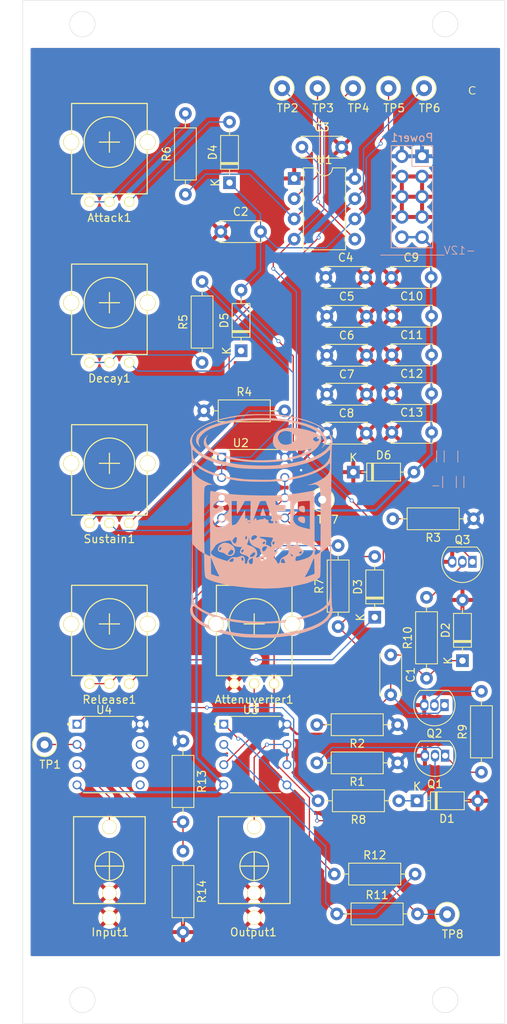
<source format=kicad_pcb>
(kicad_pcb (version 20240108) (generator "pcbnew") (generator_version "8.0")
  (layers (0 "F.Cu" signal) (31 "B.Cu" signal) (34 "B.Paste" user) (35 "F.Paste" user) (36 "B.SilkS" user "B.Silkscreen") (37 "F.SilkS" user "F.Silkscreen") (38 "B.Mask" user) (39 "F.Mask" user) (44 "Edge.Cuts" user))
  (net 0 "")
  (net 1 "Net-(Attack1-Pad1)")
  (net 2 "Net-(D4-A)")
  (net 3 "Net-(U3A-+)")
  (net 4 "GND")
  (net 5 "Net-(U2B--)")
  (net 6 "Net-(D2-K)")
  (net 7 "RESET")
  (net 8 "THRESHOLD")
  (net 9 "Net-(U1-CV)")
  (net 10 "+12V")
  (net 11 "-12V")
  (net 12 "Net-(D1-K)")
  (net 13 "Net-(D3-K)")
  (net 14 "Net-(D5-K)")
  (net 15 "Net-(Decay1-Pad1)")
  (net 16 "IN")
  (net 17 "Net-(U3B--)")
  (net 18 "Net-(Q1-C)")
  (net 19 "Net-(Q2-B)")
  (net 20 "TRIG")
  (net 21 "Net-(Q3-B)")
  (net 22 "Net-(R4-Pad2)")
  (net 23 "Net-(U2A--)")
  (net 24 "OUT")
  (net 25 "Net-(R7-Pad2)")
  (net 26 "Net-(R8-Pad2)")
  (net 27 "Net-(U3B-+)")
  (net 28 "Net-(U3A--)")
  (net 29 "Net-(U4A--)")
  (net 30 "DISCHARGE")
  (net 31 "Net-(U2A-+)")
  (net 32 "TRIGGER")
  (footprint "Capacitor_THT:C_Disc_D5.0mm_W2.5mm_P5.00mm" (layer "F.Cu") (at 88.1 84.8)
    (property "Reference" "C4" (at 2.5 -2.5 0) (layer "F.SilkS"))
    (property "Value" "2.2u")
    (pad "1" thru_hole circle (at 0 0) (size 1.6 1.6) (drill 0.8) (layers "*.Cu" "*.Mask") (net 10 "+12V"))
    (pad "2" thru_hole circle (at 5 0) (size 1.6 1.6) (drill 0.8) (layers "*.Cu" "*.Mask") (net 4 "GND"))
  )
  (footprint "Eurocad:Alpha9mmPot" (layer "F.Cu") (at 60.9 128.3)
    (property "Reference" "Release1" (at 0 9.5 0) (layer "F.SilkS"))
    (property "Value" "1M")
    (pad "" thru_hole circle (at -4.8 0) (size 2 2) (drill 1.8) (layers "*.Cu" "*.Mask" "F.SilkS"))
    (pad "" thru_hole circle (at 4.8 0) (size 2 2) (drill 1.8) (layers "*.Cu" "*.Mask" "F.SilkS"))
    (pad "1" thru_hole circle (at -2.5 7.5) (size 1.3 1.3) (drill 1) (layers "*.Cu" "*.Mask" "F.SilkS") (net 25 "Net-(R7-Pad2)"))
    (pad "2" thru_hole circle (at 0 7.5) (size 1.3 1.3) (drill 1) (layers "*.Cu" "*.Mask" "F.SilkS") (net 25 "Net-(R7-Pad2)"))
    (pad "3" thru_hole circle (at 2.5 7.5) (size 1.3 1.3) (drill 1) (layers "*.Cu" "*.Mask" "F.SilkS") (net 13 "Net-(D3-K)"))
  )
  (footprint "Resistor_THT:R_Axial_DIN0207_L6.3mm_D2.5mm_P10.16mm_Horizontal" (layer "F.Cu") (at 97.13 145.74 180)
    (property "Reference" "R1" (at 5.08 -2.37 0) (layer "F.SilkS"))
    (property "Value" "4.7k")
    (pad "1" thru_hole circle (at 0 0 180) (size 1.6 1.6) (drill 0.8) (layers "*.Cu" "*.Mask") (net 10 "+12V"))
    (pad "2" thru_hole oval (at 10.16 0 180) (size 1.6 1.6) (drill 0.8) (layers "*.Cu" "*.Mask") (net 18 "Net-(Q1-C)"))
  )
  (footprint "LM358PE3:DIP794W45P254L959H508Q8" (layer "F.Cu") (at 78.98 111.19)
    (property "Reference" "U2" (at -1.565 -5.607 0) (layer "F.SilkS"))
    (property "Value" "LM358")
    (pad "1" thru_hole rect (at -3.97 -3.81) (size 1.13 1.13) (drill 0.78) (layers "*.Cu" "*.Mask") (net 23 "Net-(U2A--)"))
    (pad "2" thru_hole circle (at -3.97 -1.27) (size 1.13 1.13) (drill 0.78) (layers "*.Cu" "*.Mask") (net 23 "Net-(U2A--)"))
    (pad "3" thru_hole circle (at -3.97 1.27) (size 1.13 1.13) (drill 0.78) (layers "*.Cu" "*.Mask") (net 31 "Net-(U2A-+)"))
    (pad "4" thru_hole circle (at -3.97 3.81) (size 1.13 1.13) (drill 0.78) (layers "*.Cu" "*.Mask") (net 11 "-12V"))
    (pad "5" thru_hole circle (at 3.97 3.81) (size 1.13 1.13) (drill 0.78) (layers "*.Cu" "*.Mask") (net 8 "THRESHOLD"))
    (pad "6" thru_hole circle (at 3.97 1.27) (size 1.13 1.13) (drill 0.78) (layers "*.Cu" "*.Mask") (net 5 "Net-(U2B--)"))
    (pad "7" thru_hole circle (at 3.97 -1.27) (size 1.13 1.13) (drill 0.78) (layers "*.Cu" "*.Mask") (net 5 "Net-(U2B--)"))
    (pad "8" thru_hole circle (at 3.97 -3.81) (size 1.13 1.13) (drill 0.78) (layers "*.Cu" "*.Mask") (net 10 "+12V"))
  )
  (footprint "Package_DIP:DIP-8_W7.62mm" (layer "F.Cu") (at 84.13 72.38)
    (property "Reference" "U1" (at 3.81 -2.33 0) (layer "F.SilkS"))
    (property "Value" "ICM7555xP")
    (pad "1" thru_hole rect (at 0 0) (size 1.6 1.6) (drill 0.8) (layers "*.Cu" "*.Mask") (net 4 "GND"))
    (pad "2" thru_hole oval (at 0 2.54) (size 1.6 1.6) (drill 0.8) (layers "*.Cu" "*.Mask") (net 32 "TRIGGER"))
    (pad "3" thru_hole oval (at 0 5.08) (size 1.6 1.6) (drill 0.8) (layers "*.Cu" "*.Mask") (net 24 "OUT"))
    (pad "4" thru_hole oval (at 0 7.62) (size 1.6 1.6) (drill 0.8) (layers "*.Cu" "*.Mask") (net 7 "RESET"))
    (pad "5" thru_hole oval (at 7.62 7.62) (size 1.6 1.6) (drill 0.8) (layers "*.Cu" "*.Mask") (net 9 "Net-(U1-CV)"))
    (pad "6" thru_hole oval (at 7.62 5.08) (size 1.6 1.6) (drill 0.8) (layers "*.Cu" "*.Mask") (net 8 "THRESHOLD"))
    (pad "7" thru_hole oval (at 7.62 2.54) (size 1.6 1.6) (drill 0.8) (layers "*.Cu" "*.Mask") (net 30 "DISCHARGE"))
    (pad "8" thru_hole oval (at 7.62 0) (size 1.6 1.6) (drill 0.8) (layers "*.Cu" "*.Mask") (net 10 "+12V"))
  )
  (footprint "Resistor_THT:R_Axial_DIN0207_L6.3mm_D2.5mm_P10.16mm_Horizontal" (layer "F.Cu") (at 97.28 150.5 180)
    (property "Reference" "R8" (at 5.08 -2.37 0) (layer "F.SilkS"))
    (property "Value" "10k")
    (pad "1" thru_hole circle (at 0 0 180) (size 1.6 1.6) (drill 0.8) (layers "*.Cu" "*.Mask") (net 12 "Net-(D1-K)"))
    (pad "2" thru_hole oval (at 10.16 0 180) (size 1.6 1.6) (drill 0.8) (layers "*.Cu" "*.Mask") (net 26 "Net-(R8-Pad2)"))
  )
  (footprint "Resistor_THT:R_Axial_DIN0207_L6.3mm_D2.5mm_P10.16mm_Horizontal" (layer "F.Cu") (at 89.65 128.63 90)
    (property "Reference" "R7" (at 5.08 -2.37 90) (layer "F.SilkS"))
    (property "Value" "220")
    (pad "1" thru_hole circle (at 0 0 90) (size 1.6 1.6) (drill 0.8) (layers "*.Cu" "*.Mask") (net 7 "RESET"))
    (pad "2" thru_hole oval (at 10.16 0 90) (size 1.6 1.6) (drill 0.8) (layers "*.Cu" "*.Mask") (net 25 "Net-(R7-Pad2)"))
  )
  (footprint "Capacitor_THT:C_Disc_D5.0mm_W2.5mm_P5.00mm" (layer "F.Cu") (at 96.4 104.25)
    (property "Reference" "C13" (at 2.5 -2.5 0) (layer "F.SilkS"))
    (property "Value" "100n")
    (pad "1" thru_hole circle (at 0 0) (size 1.6 1.6) (drill 0.8) (layers "*.Cu" "*.Mask") (net 4 "GND"))
    (pad "2" thru_hole circle (at 5 0) (size 1.6 1.6) (drill 0.8) (layers "*.Cu" "*.Mask") (net 11 "-12V"))
  )
  (footprint "Package_TO_SOT_THT:TO-92_Inline" (layer "F.Cu") (at 106.53 120.5 180)
    (property "Reference" "Q3" (at 1.25 2.75 0) (layer "F.SilkS"))
    (property "Value" "BC547")
    (pad "1" thru_hole rect (at 0 0 180) (size 1.05 1.5) (drill 0.75) (layers "*.Cu" "*.Mask") (net 20 "TRIG"))
    (pad "2" thru_hole oval (at 1.27 0 180) (size 1.05 1.5) (drill 0.75) (layers "*.Cu" "*.Mask") (net 21 "Net-(Q3-B)"))
    (pad "3" thru_hole oval (at 2.54 0 180) (size 1.05 1.5) (drill 0.75) (layers "*.Cu" "*.Mask") (net 4 "GND"))
  )
  (footprint "Capacitor_THT:C_Disc_D5.0mm_W2.5mm_P5.00mm" (layer "F.Cu") (at 88.23 89.6875)
    (property "Reference" "C5" (at 2.5 -2.5 0) (layer "F.SilkS"))
    (property "Value" "100n")
    (pad "1" thru_hole circle (at 0 0) (size 1.6 1.6) (drill 0.8) (layers "*.Cu" "*.Mask") (net 10 "+12V"))
    (pad "2" thru_hole circle (at 5 0) (size 1.6 1.6) (drill 0.8) (layers "*.Cu" "*.Mask") (net 4 "GND"))
  )
  (footprint "Capacitor_THT:C_Disc_D5.0mm_W2.5mm_P5.00mm" (layer "F.Cu") (at 96.26 132.19 -90)
    (property "Reference" "C1" (at 2.5 -2.5 90) (layer "F.SilkS"))
    (property "Value" "10n")
    (pad "1" thru_hole circle (at 0 0 270) (size 1.6 1.6) (drill 0.8) (layers "*.Cu" "*.Mask") (net 6 "Net-(D2-K)"))
    (pad "2" thru_hole circle (at 5 0 270) (size 1.6 1.6) (drill 0.8) (layers "*.Cu" "*.Mask") (net 7 "RESET"))
  )
  (footprint "Eurocad:Alpha9mmPot" (layer "F.Cu") (at 60.9 67.8125)
    (property "Reference" "Attack1" (at 0 9.5 0) (layer "F.SilkS"))
    (property "Value" "1M")
    (pad "" thru_hole circle (at -4.8 0) (size 2 2) (drill 1.8) (layers "*.Cu" "*.Mask" "F.SilkS"))
    (pad "" thru_hole circle (at 4.8 0) (size 2 2) (drill 1.8) (layers "*.Cu" "*.Mask" "F.SilkS"))
    (pad "1" thru_hole circle (at -2.5 7.5) (size 1.3 1.3) (drill 1) (layers "*.Cu" "*.Mask" "F.SilkS") (net 1 "Net-(Attack1-Pad1)"))
    (pad "2" thru_hole circle (at 0 7.5) (size 1.3 1.3) (drill 1) (layers "*.Cu" "*.Mask" "F.SilkS") (net 1 "Net-(Attack1-Pad1)"))
    (pad "3" thru_hole circle (at 2.5 7.5) (size 1.3 1.3) (drill 1) (layers "*.Cu" "*.Mask" "F.SilkS") (net 2 "Net-(D4-A)"))
  )
  (footprint "Capacitor_THT:C_Disc_D5.0mm_W2.5mm_P5.00mm" (layer "F.Cu") (at 74.9 79.05)
    (property "Reference" "C2" (at 2.5 -2.5 0) (layer "F.SilkS"))
    (property "Value" "4.7u")
    (pad "1" thru_hole circle (at 0 0) (size 1.6 1.6) (drill 0.8) (layers "*.Cu" "*.Mask") (net 4 "GND"))
    (pad "2" thru_hole circle (at 5 0) (size 1.6 1.6) (drill 0.8) (layers "*.Cu" "*.Mask") (net 8 "THRESHOLD"))
  )
  (footprint "Resistor_THT:R_Axial_DIN0207_L6.3mm_D2.5mm_P10.16mm_Horizontal" (layer "F.Cu") (at 100.76 135.12 90)
    (property "Reference" "R10" (at 5.08 -2.37 90) (layer "F.SilkS"))
    (property "Value" "10k")
    (pad "1" thru_hole circle (at 0 0 90) (size 1.6 1.6) (drill 0.8) (layers "*.Cu" "*.Mask") (net 6 "Net-(D2-K)"))
    (pad "2" thru_hole oval (at 10.16 0 90) (size 1.6 1.6) (drill 0.8) (layers "*.Cu" "*.Mask") (net 21 "Net-(Q3-B)"))
  )
  (footprint "Capacitor_THT:C_Disc_D5.0mm_W2.5mm_P5.00mm" (layer "F.Cu") (at 85.1 68.45)
    (property "Reference" "C3" (at 2.5 -2.5 0) (layer "F.SilkS"))
    (property "Value" "10n")
    (pad "1" thru_hole circle (at 0 0) (size 1.6 1.6) (drill 0.8) (layers "*.Cu" "*.Mask") (net 9 "Net-(U1-CV)"))
    (pad "2" thru_hole circle (at 5 0) (size 1.6 1.6) (drill 0.8) (layers "*.Cu" "*.Mask") (net 4 "GND"))
  )
  (footprint "Eurocad:Alpha9mmPot" (layer "F.Cu") (at 60.9 87.975)
    (property "Reference" "Decay1" (at 0 9.5 0) (layer "F.SilkS"))
    (property "Value" "1M")
    (pad "" thru_hole circle (at -4.8 0) (size 2 2) (drill 1.8) (layers "*.Cu" "*.Mask" "F.SilkS"))
    (pad "" thru_hole circle (at 4.8 0) (size 2 2) (drill 1.8) (layers "*.Cu" "*.Mask" "F.SilkS"))
    (pad "1" thru_hole circle (at -2.5 7.5) (size 1.3 1.3) (drill 1) (layers "*.Cu" "*.Mask" "F.SilkS") (net 15 "Net-(Decay1-Pad1)"))
    (pad "2" thru_hole circle (at 0 7.5) (size 1.3 1.3) (drill 1) (layers "*.Cu" "*.Mask" "F.SilkS") (net 15 "Net-(Decay1-Pad1)"))
    (pad "3" thru_hole circle (at 2.5 7.5) (size 1.3 1.3) (drill 1) (layers "*.Cu" "*.Mask" "F.SilkS") (net 14 "Net-(D5-K)"))
  )
  (footprint "TestPoint:TestPoint_Loop_D2.50mm_Drill1.0mm" (layer "F.Cu") (at 91.525 61.05)
    (property "Reference" "TP4" (at 0.7 2.5 0) (layer "F.SilkS"))
    (property "Value" "Out")
    (pad "1" thru_hole circle (at 0 0) (size 2 2) (drill 1) (layers "*.Cu" "*.Mask") (net 24 "OUT"))
  )
  (footprint "Eurocad:PJ301M-12" (layer "F.Cu") (at 79.1 158.7)
    (property "Reference" "Output1" (at -0.1 8.3 0) (layer "F.SilkS"))
    (property "Value" "PJ301M-12")
    (pad "1" thru_hole circle (at 0 6.48) (size 1.8 1.8) (drill 1.6) (layers "*.Cu" "*.Mask" "F.SilkS") (net 4 "GND"))
    (pad "2" thru_hole circle (at 0 3.38) (size 1.8 1.8) (drill 1.6) (layers "*.Cu" "*.Mask" "F.SilkS") (net 4 "GND"))
    (pad "3" thru_hole circle (at 0 -4.92) (size 1.8 1.8) (drill 1.6) (layers "*.Cu" "*.Mask" "F.SilkS") (net 17 "Net-(U3B--)"))
  )
  (footprint "Capacitor_THT:C_Disc_D5.0mm_W2.5mm_P5.00mm" (layer "F.Cu") (at 88.23 94.575)
    (property "Reference" "C6" (at 2.5 -2.5 0) (layer "F.SilkS"))
    (property "Value" "100n")
    (pad "1" thru_hole circle (at 0 0) (size 1.6 1.6) (drill 0.8) (layers "*.Cu" "*.Mask") (net 10 "+12V"))
    (pad "2" thru_hole circle (at 5 0) (size 1.6 1.6) (drill 0.8) (layers "*.Cu" "*.Mask") (net 4 "GND"))
  )
  (footprint "Resistor_THT:R_Axial_DIN0207_L6.3mm_D2.5mm_P10.16mm_Horizontal" (layer "F.Cu") (at 89.17 159.7)
    (property "Reference" "R12" (at 5.08 -2.37 0) (layer "F.SilkS"))
    (property "Value" "100k")
    (pad "1" thru_hole circle (at 0 0) (size 1.6 1.6) (drill 0.8) (layers "*.Cu" "*.Mask") (net 5 "Net-(U2B--)"))
    (pad "2" thru_hole oval (at 10.16 0) (size 1.6 1.6) (drill 0.8) (layers "*.Cu" "*.Mask") (net 28 "Net-(U3A--)"))
  )
  (footprint "TestPoint:TestPoint_Loop_D2.50mm_Drill1.0mm" (layer "F.Cu") (at 87.0625 61.05)
    (property "Reference" "TP3" (at 0.7 2.5 0) (layer "F.SilkS"))
    (property "Value" "Trigger")
    (pad "1" thru_hole circle (at 0 0) (size 2 2) (drill 1) (layers "*.Cu" "*.Mask") (net 32 "TRIGGER"))
  )
  (footprint "Resistor_THT:R_Axial_DIN0207_L6.3mm_D2.5mm_P10.16mm_Horizontal" (layer "F.Cu") (at 106.68 115.1 180)
    (property "Reference" "R3" (at 5.08 -2.37 0) (layer "F.SilkS"))
    (property "Value" "4.7k")
    (pad "1" thru_hole circle (at 0 0 180) (size 1.6 1.6) (drill 0.8) (layers "*.Cu" "*.Mask") (net 10 "+12V"))
    (pad "2" thru_hole oval (at 10.16 0 180) (size 1.6 1.6) (drill 0.8) (layers "*.Cu" "*.Mask") (net 20 "TRIG"))
  )
  (footprint "Eurocad:Alpha9mmPot" (layer "F.Cu") (at 60.9 108.1375)
    (property "Reference" "Sustain1" (at 0 9.5 0) (layer "F.SilkS"))
    (property "Value" "10k")
    (pad "" thru_hole circle (at -4.8 0) (size 2 2) (drill 1.8) (layers "*.Cu" "*.Mask" "F.SilkS"))
    (pad "" thru_hole circle (at 4.8 0) (size 2 2) (drill 1.8) (layers "*.Cu" "*.Mask" "F.SilkS"))
    (pad "1" thru_hole circle (at -2.5 7.5) (size 1.3 1.3) (drill 1) (layers "*.Cu" "*.Mask" "F.SilkS") (net 22 "Net-(R4-Pad2)"))
    (pad "2" thru_hole circle (at 0 7.5) (size 1.3 1.3) (drill 1) (layers "*.Cu" "*.Mask" "F.SilkS") (net 31 "Net-(U2A-+)"))
    (pad "3" thru_hole circle (at 2.5 7.5) (size 1.3 1.3) (drill 1) (layers "*.Cu" "*.Mask" "F.SilkS") (net 30 "DISCHARGE"))
  )
  (footprint "Capacitor_THT:C_Disc_D5.0mm_W2.5mm_P5.00mm" (layer "F.Cu") (at 96.35 84.8)
    (property "Reference" "C9" (at 2.5 -2.5 0) (layer "F.SilkS"))
    (property "Value" "2.2u")
    (pad "1" thru_hole circle (at 0 0) (size 1.6 1.6) (drill 0.8) (layers "*.Cu" "*.Mask") (net 4 "GND"))
    (pad "2" thru_hole circle (at 5 0) (size 1.6 1.6) (drill 0.8) (layers "*.Cu" "*.Mask") (net 11 "-12V"))
  )
  (footprint "Capacitor_THT:C_Disc_D5.0mm_W2.5mm_P5.00mm" (layer "F.Cu") (at 88.23 99.4625)
    (property "Reference" "C7" (at 2.5 -2.5 0) (layer "F.SilkS"))
    (property "Value" "100n")
    (pad "1" thru_hole circle (at 0 0) (size 1.6 1.6) (drill 0.8) (layers "*.Cu" "*.Mask") (net 10 "+12V"))
    (pad "2" thru_hole circle (at 5 0) (size 1.6 1.6) (drill 0.8) (layers "*.Cu" "*.Mask") (net 4 "GND"))
  )
  (footprint "Diode_THT:D_DO-35_SOD27_P7.62mm_Horizontal" (layer "F.Cu") (at 76 72.91 90)
    (property "Reference" "D4" (at 3.81 -2.12 90) (layer "F.SilkS"))
    (property "Value" "1N4148")
    (fp_text user "K" (at 0 -1.8 90) (layer "F.SilkS"))
    (pad "1" thru_hole rect (at 0 0 90) (size 1.6 1.6) (drill 0.8) (layers "*.Cu" "*.Mask") (net 8 "THRESHOLD"))
    (pad "2" thru_hole oval (at 7.62 0 90) (size 1.6 1.6) (drill 0.8) (layers "*.Cu" "*.Mask") (net 2 "Net-(D4-A)"))
  )
  (footprint "Diode_THT:D_DO-35_SOD27_P7.62mm_Horizontal" (layer "F.Cu") (at 77.45 94.01 90)
    (property "Reference" "D5" (at 3.81 -2.12 90) (layer "F.SilkS"))
    (property "Value" "1N4148")
    (fp_text user "K" (at 0 -1.8 90) (layer "F.SilkS"))
    (pad "1" thru_hole rect (at 0 0 90) (size 1.6 1.6) (drill 0.8) (layers "*.Cu" "*.Mask") (net 14 "Net-(D5-K)"))
    (pad "2" thru_hole oval (at 7.62 0 90) (size 1.6 1.6) (drill 0.8) (layers "*.Cu" "*.Mask") (net 8 "THRESHOLD"))
  )
  (footprint "LM358PE3:DIP794W45P254L959H508Q8" (layer "F.Cu") (at 79.25 144.7)
    (property "Reference" "U3" (at -0.565 -5.607 0) (layer "F.SilkS"))
    (property "Value" "LM358")
    (pad "1" thru_hole rect (at -3.97 -3.81) (size 1.13 1.13) (drill 0.78) (layers "*.Cu" "*.Mask") (net 27 "Net-(U3B-+)"))
    (pad "2" thru_hole circle (at -3.97 -1.27) (size 1.13 1.13) (drill 0.78) (layers "*.Cu" "*.Mask") (net 28 "Net-(U3A--)"))
    (pad "3" thru_hole circle (at -3.97 1.27) (size 1.13 1.13) (drill 0.78) (layers "*.Cu" "*.Mask") (net 3 "Net-(U3A-+)"))
    (pad "4" thru_hole circle (at -3.97 3.81) (size 1.13 1.13) (drill 0.78) (layers "*.Cu" "*.Mask") (net 11 "-12V"))
    (pad "5" thru_hole circle (at 3.97 3.81) (size 1.13 1.13) (drill 0.78) (layers "*.Cu" "*.Mask") (net 27 "Net-(U3B-+)"))
    (pad "6" thru_hole circle (at 3.97 1.27) (size 1.13 1.13) (drill 0.78) (layers "*.Cu" "*.Mask") (net 17 "Net-(U3B--)"))
    (pad "7" thru_hole circle (at 3.97 -1.27) (size 1.13 1.13) (drill 0.78) (layers "*.Cu" "*.Mask") (net 17 "Net-(U3B--)"))
    (pad "8" thru_hole circle (at 3.97 -3.81) (size 1.13 1.13) (drill 0.78) (layers "*.Cu" "*.Mask") (net 10 "+12V"))
  )
  (footprint "TestPoint:TestPoint_Loop_D2.50mm_Drill1.0mm" (layer "F.Cu") (at 52.75 143.45)
    (property "Reference" "TP1" (at 0.7 2.5 0) (layer "F.SilkS"))
    (property "Value" "InputThreshold")
    (pad "1" thru_hole circle (at 0 0) (size 2 2) (drill 1) (layers "*.Cu" "*.Mask") (net 29 "Net-(U4A--)"))
  )
  (footprint "Resistor_THT:R_Axial_DIN0207_L6.3mm_D2.5mm_P10.16mm_Horizontal" (layer "F.Cu") (at 97.13 140.95 180)
    (property "Reference" "R2" (at 5.08 -2.37 0) (layer "F.SilkS"))
    (property "Value" "4.7k")
    (pad "1" thru_hole circle (at 0 0 180) (size 1.6 1.6) (drill 0.8) (layers "*.Cu" "*.Mask") (net 10 "+12V"))
    (pad "2" thru_hole oval (at 10.16 0 180) (size 1.6 1.6) (drill 0.8) (layers "*.Cu" "*.Mask") (net 7 "RESET"))
  )
  (footprint "Capacitor_THT:C_Disc_D5.0mm_W2.5mm_P5.00mm" (layer "F.Cu") (at 96.4 94.525)
    (property "Reference" "C11" (at 2.5 -2.5 0) (layer "F.SilkS"))
    (property "Value" "100n")
    (pad "1" thru_hole circle (at 0 0) (size 1.6 1.6) (drill 0.8) (layers "*.Cu" "*.Mask") (net 4 "GND"))
    (pad "2" thru_hole circle (at 5 0) (size 1.6 1.6) (drill 0.8) (layers "*.Cu" "*.Mask") (net 11 "-12V"))
  )
  (footprint "Capacitor_THT:C_Disc_D5.0mm_W2.5mm_P5.00mm" (layer "F.Cu") (at 88.2 104.35)
    (property "Reference" "C8" (at 2.5 -2.5 0) (layer "F.SilkS"))
    (property "Value" "100n")
    (pad "1" thru_hole circle (at 0 0) (size 1.6 1.6) (drill 0.8) (layers "*.Cu" "*.Mask") (net 10 "+12V"))
    (pad "2" thru_hole circle (at 5 0) (size 1.6 1.6) (drill 0.8) (layers "*.Cu" "*.Mask") (net 4 "GND"))
  )
  (footprint "Diode_THT:D_DO-35_SOD27_P7.62mm_Horizontal" (layer "F.Cu") (at 99.57 150.5)
    (property "Reference" "D1" (at 3.76 2.25 0) (layer "F.SilkS"))
    (property "Value" "1N4148")
    (fp_text user "K" (at 0 -1.8 0) (layer "F.SilkS"))
    (pad "1" thru_hole rect (at 0 0) (size 1.6 1.6) (drill 0.8) (layers "*.Cu" "*.Mask") (net 12 "Net-(D1-K)"))
    (pad "2" thru_hole oval (at 7.62 0) (size 1.6 1.6) (drill 0.8) (layers "*.Cu" "*.Mask") (net 4 "GND"))
  )
  (footprint "TestPoint:TestPoint_Loop_D2.50mm_Drill1.0mm" (layer "F.Cu") (at 82.6 61.05)
    (property "Reference" "TP2" (at 0.7 2.5 0) (layer "F.SilkS"))
    (property "Value" "Reset")
    (pad "1" thru_hole circle (at 0 0) (size 2 2) (drill 1) (layers "*.Cu" "*.Mask") (net 7 "RESET"))
  )
  (footprint "TestPoint:TestPoint_Loop_D2.50mm_Drill1.0mm" (layer "F.Cu") (at 100.45 61.05)
    (property "Reference" "TP6" (at 0.7 2.5 0) (layer "F.SilkS"))
    (property "Value" "Discharge")
    (pad "1" thru_hole circle (at 0 0) (size 2 2) (drill 1) (layers "*.Cu" "*.Mask") (net 30 "DISCHARGE"))
  )
  (footprint "Resistor_THT:R_Axial_DIN0207_L6.3mm_D2.5mm_P10.16mm_Horizontal" (layer "F.Cu") (at 70.45 74.38 90)
    (property "Reference" "R6" (at 5.08 -2.37 90) (layer "F.SilkS"))
    (property "Value" "220")
    (pad "1" thru_hole circle (at 0 0 90) (size 1.6 1.6) (drill 0.8) (layers "*.Cu" "*.Mask") (net 24 "OUT"))
    (pad "2" thru_hole oval (at 10.16 0 90) (size 1.6 1.6) (drill 0.8) (layers "*.Cu" "*.Mask") (net 1 "Net-(Attack1-Pad1)"))
  )
  (footprint "LM358PE3:DIP794W45P254L959H508Q8" (layer "F.Cu") (at 60.8 144.7)
    (property "Reference" "U4" (at -0.565 -5.607 0) (layer "F.SilkS"))
    (property "Value" "LM358")
    (pad "1" thru_hole rect (at -3.97 -3.81) (size 1.13 1.13) (drill 0.78) (layers "*.Cu" "*.Mask") (net 26 "Net-(R8-Pad2)"))
    (pad "2" thru_hole circle (at -3.97 -1.27) (size 1.13 1.13) (drill 0.78) (layers "*.Cu" "*.Mask") (net 29 "Net-(U4A--)"))
    (pad "3" thru_hole circle (at -3.97 1.27) (size 1.13 1.13) (drill 0.78) (layers "*.Cu" "*.Mask") (net 16 "IN"))
    (pad "4" thru_hole circle (at -3.97 3.81) (size 1.13 1.13) (drill 0.78) (layers "*.Cu" "*.Mask") (net 11 "-12V"))
    (pad "5" thru_hole circle (at 3.97 3.81) (size 1.13 1.13) (drill 0.78) (layers "*.Cu" "*.Mask"))
    (pad "6" thru_hole circle (at 3.97 1.27) (size 1.13 1.13) (drill 0.78) (layers "*.Cu" "*.Mask"))
    (pad "7" thru_hole circle (at 3.97 -1.27) (size 1.13 1.13) (drill 0.78) (layers "*.Cu" "*.Mask"))
    (pad "8" thru_hole circle (at 3.97 -3.81) (size 1.13 1.13) (drill 0.78) (layers "*.Cu" "*.Mask") (net 10 "+12V"))
  )
  (footprint "Package_TO_SOT_THT:TO-92_Inline" (layer "F.Cu") (at 103.1 144.84 180)
    (property "Reference" "Q1" (at 1.27 -3.56 0) (layer "F.SilkS"))
    (property "Value" "BC547")
    (pad "1" thru_hole rect (at 0 0 180) (size 1.05 1.5) (drill 0.75) (layers "*.Cu" "*.Mask") (net 18 "Net-(Q1-C)"))
    (pad "2" thru_hole oval (at 1.27 0 180) (size 1.05 1.5) (drill 0.75) (layers "*.Cu" "*.Mask") (net 12 "Net-(D1-K)"))
    (pad "3" thru_hole oval (at 2.54 0 180) (size 1.05 1.5) (drill 0.75) (layers "*.Cu" "*.Mask") (net 4 "GND"))
  )
  (footprint "TestPoint:TestPoint_Loop_D2.50mm_Drill1.0mm" (layer "F.Cu") (at 87.65 112.7)
    (property "Reference" "TP7" (at 0.7 2.5 0) (layer "F.SilkS"))
    (property "Value" "BeforeAttenuverter")
    (pad "1" thru_hole circle (at 0 0) (size 2 2) (drill 1) (layers "*.Cu" "*.Mask") (net 5 "Net-(U2B--)"))
  )
  (footprint "Diode_THT:D_DO-35_SOD27_P7.62mm_Horizontal" (layer "F.Cu") (at 91.56 109.24)
    (property "Reference" "D6" (at 3.81 -2.12 0) (layer "F.SilkS"))
    (property "Value" "1N4148")
    (fp_text user "K" (at 0 -1.8 0) (layer "F.SilkS"))
    (pad "1" thru_hole rect (at 0 0) (size 1.6 1.6) (drill 0.8) (layers "*.Cu" "*.Mask") (net 4 "GND"))
    (pad "2" thru_hole oval (at 7.62 0) (size 1.6 1.6) (drill 0.8) (layers "*.Cu" "*.Mask") (net 11 "-12V"))
  )
  (footprint "Resistor_THT:R_Axial_DIN0207_L6.3mm_D2.5mm_P10.16mm_Horizontal" (layer "F.Cu") (at 107.66 146.92 90)
    (property "Reference" "R9" (at 5.08 -2.37 90) (layer "F.SilkS"))
    (property "Value" "22k")
    (pad "1" thru_hole circle (at 0 0 90) (size 1.6 1.6) (drill 0.8) (layers "*.Cu" "*.Mask") (net 18 "Net-(Q1-C)"))
    (pad "2" thru_hole oval (at 10.16 0 90) (size 1.6 1.6) (drill 0.8) (layers "*.Cu" "*.Mask") (net 19 "Net-(Q2-B)"))
  )
  (footprint "Resistor_THT:R_Axial_DIN0207_L6.3mm_D2.5mm_P10.16mm_Horizontal" (layer "F.Cu") (at 70.15 156.82 -90)
    (property "Reference" "R14" (at 5.08 -2.37 90) (layer "F.SilkS"))
    (property "Value" "10k")
    (pad "1" thru_hole circle (at 0 0 270) (size 1.6 1.6) (drill 0.8) (layers "*.Cu" "*.Mask") (net 29 "Net-(U4A--)"))
    (pad "2" thru_hole oval (at 10.16 0 270) (size 1.6 1.6) (drill 0.8) (layers "*.Cu" "*.Mask") (net 4 "GND"))
  )
  (footprint "Eurocad:Alpha9mmPot" (layer "F.Cu") (at 79.1 128.3)
    (property "Reference" "Attenuverter1" (at 0 9.5 0) (layer "F.SilkS"))
    (property "Value" "100k")
    (pad "" thru_hole circle (at -4.8 0) (size 2 2) (drill 1.8) (layers "*.Cu" "*.Mask" "F.SilkS"))
    (pad "" thru_hole circle (at 4.8 0) (size 2 2) (drill 1.8) (layers "*.Cu" "*.Mask" "F.SilkS"))
    (pad "1" thru_hole circle (at -2.5 7.5) (size 1.3 1.3) (drill 1) (layers "*.Cu" "*.Mask" "F.SilkS") (net 4 "GND"))
    (pad "2" thru_hole circle (at 0 7.5) (size 1.3 1.3) (drill 1) (layers "*.Cu" "*.Mask" "F.SilkS") (net 3 "Net-(U3A-+)"))
    (pad "3" thru_hole circle (at 2.5 7.5) (size 1.3 1.3) (drill 1) (layers "*.Cu" "*.Mask" "F.SilkS") (net 5 "Net-(U2B--)"))
  )
  (footprint "Capacitor_THT:C_Disc_D5.0mm_W2.5mm_P5.00mm" (layer "F.Cu") (at 96.4 99.3875)
    (property "Reference" "C12" (at 2.5 -2.5 0) (layer "F.SilkS"))
    (property "Value" "100n")
    (pad "1" thru_hole circle (at 0 0) (size 1.6 1.6) (drill 0.8) (layers "*.Cu" "*.Mask") (net 4 "GND"))
    (pad "2" thru_hole circle (at 5 0) (size 1.6 1.6) (drill 0.8) (layers "*.Cu" "*.Mask") (net 11 "-12V"))
  )
  (footprint "Capacitor_THT:C_Disc_D5.0mm_W2.5mm_P5.00mm" (layer "F.Cu") (at 96.4 89.6625)
    (property "Reference" "C10" (at 2.5 -2.5 0) (layer "F.SilkS"))
    (property "Value" "100n")
    (pad "1" thru_hole circle (at 0 0) (size 1.6 1.6) (drill 0.8) (layers "*.Cu" "*.Mask") (net 4 "GND"))
    (pad "2" thru_hole circle (at 5 0) (size 1.6 1.6) (drill 0.8) (layers "*.Cu" "*.Mask") (net 11 "-12V"))
  )
  (footprint "Package_TO_SOT_THT:TO-92_Inline" (layer "F.Cu") (at 103.02 138.49 180)
    (property "Reference" "Q2" (at 1.27 -3.56 0) (layer "F.SilkS"))
    (property "Value" "BC547")
    (pad "1" thru_hole rect (at 0 0 180) (size 1.05 1.5) (drill 0.75) (layers "*.Cu" "*.Mask") (net 7 "RESET"))
    (pad "2" thru_hole oval (at 1.27 0 180) (size 1.05 1.5) (drill 0.75) (layers "*.Cu" "*.Mask") (net 19 "Net-(Q2-B)"))
    (pad "3" thru_hole oval (at 2.54 0 180) (size 1.05 1.5) (drill 0.75) (layers "*.Cu" "*.Mask") (net 4 "GND"))
  )
  (footprint "Resistor_THT:R_Axial_DIN0207_L6.3mm_D2.5mm_P10.16mm_Horizontal" (layer "F.Cu") (at 70.15 142.99 -90)
    (property "Reference" "R13" (at 5.08 -2.37 90) (layer "F.SilkS"))
    (property "Value" "68k")
    (pad "1" thru_hole circle (at 0 0 270) (size 1.6 1.6) (drill 0.8) (layers "*.Cu" "*.Mask") (net 10 "+12V"))
    (pad "2" thru_hole oval (at 10.16 0 270) (size 1.6 1.6) (drill 0.8) (layers "*.Cu" "*.Mask") (net 29 "Net-(U4A--)"))
  )
  (footprint "Eurocad:PJ301M-12" (layer "F.Cu") (at 60.9 158.7)
    (property "Reference" "Input1" (at 0.1 8.3 0) (layer "F.SilkS"))
    (property "Value" "PJ301M-12")
    (pad "1" thru_hole circle (at 0 6.48) (size 1.8 1.8) (drill 1.6) (layers "*.Cu" "*.Mask" "F.SilkS") (net 4 "GND"))
    (pad "2" thru_hole circle (at 0 3.38) (size 1.8 1.8) (drill 1.6) (layers "*.Cu" "*.Mask" "F.SilkS") (net 4 "GND"))
    (pad "3" thru_hole circle (at 0 -4.92) (size 1.8 1.8) (drill 1.6) (layers "*.Cu" "*.Mask" "F.SilkS") (net 16 "IN"))
  )
  (footprint "Resistor_THT:R_Axial_DIN0207_L6.3mm_D2.5mm_P10.16mm_Horizontal" (layer "F.Cu") (at 89.47 164.7)
    (property "Reference" "R11" (at 5.08 -2.37 0) (layer "F.SilkS"))
    (property "Value" "100k")
    (pad "1" thru_hole circle (at 0 0) (size 1.6 1.6) (drill 0.8) (layers "*.Cu" "*.Mask") (net 28 "Net-(U3A--)"))
    (pad "2" thru_hole oval (at 10.16 0) (size 1.6 1.6) (drill 0.8) (layers "*.Cu" "*.Mask") (net 27 "Net-(U3B-+)"))
  )
  (footprint "Resistor_THT:R_Axial_DIN0207_L6.3mm_D2.5mm_P10.16mm_Horizontal" (layer "F.Cu") (at 72.77 101.55)
    (property "Reference" "R4" (at 5.08 -2.37 0) (layer "F.SilkS"))
    (property "Value" "4.7k")
    (pad "1" thru_hole circle (at 0 0) (size 1.6 1.6) (drill 0.8) (layers "*.Cu" "*.Mask") (net 10 "+12V"))
    (pad "2" thru_hole oval (at 10.16 0) (size 1.6 1.6) (drill 0.8) (layers "*.Cu" "*.Mask") (net 22 "Net-(R4-Pad2)"))
  )
  (footprint "Diode_THT:D_DO-35_SOD27_P7.62mm_Horizontal" (layer "F.Cu") (at 105.28 132.91 90)
    (property "Reference" "D2" (at 3.81 -2.12 90) (layer "F.SilkS"))
    (property "Value" "1N4148")
    (fp_text user "K" (at 0 -1.8 90) (layer "F.SilkS"))
    (pad "1" thru_hole rect (at 0 0 90) (size 1.6 1.6) (drill 0.8) (layers "*.Cu" "*.Mask") (net 6 "Net-(D2-K)"))
    (pad "2" thru_hole oval (at 7.62 0 90) (size 1.6 1.6) (drill 0.8) (layers "*.Cu" "*.Mask") (net 4 "GND"))
  )
  (footprint "TestPoint:TestPoint_Loop_D2.50mm_Drill1.0mm" (layer "F.Cu") (at 95.9875 61.05)
    (property "Reference" "TP5" (at 0.7 2.5 0) (layer "F.SilkS"))
    (property "Value" "Threshold")
    (pad "1" thru_hole circle (at 0 0) (size 2 2) (drill 1) (layers "*.Cu" "*.Mask") (net 8 "THRESHOLD"))
  )
  (footprint "Diode_THT:D_DO-35_SOD27_P7.62mm_Horizontal" (layer "F.Cu") (at 94.25 127.46 90)
    (property "Reference" "D3" (at 3.81 -2.12 90) (layer "F.SilkS"))
    (property "Value" "1N4148")
    (fp_text user "K" (at 0 -1.8 90) (layer "F.SilkS"))
    (pad "1" thru_hole rect (at 0 0 90) (size 1.6 1.6) (drill 0.8) (layers "*.Cu" "*.Mask") (net 13 "Net-(D3-K)"))
    (pad "2" thru_hole oval (at 7.62 0 90) (size 1.6 1.6) (drill 0.8) (layers "*.Cu" "*.Mask") (net 8 "THRESHOLD"))
  )
  (footprint "Resistor_THT:R_Axial_DIN0207_L6.3mm_D2.5mm_P10.16mm_Horizontal" (layer "F.Cu") (at 72.55 95.48 90)
    (property "Reference" "R5" (at 5.08 -2.37 90) (layer "F.SilkS"))
    (property "Value" "220")
    (pad "1" thru_hole circle (at 0 0 90) (size 1.6 1.6) (drill 0.8) (layers "*.Cu" "*.Mask") (net 15 "Net-(Decay1-Pad1)"))
    (pad "2" thru_hole oval (at 10.16 0 90) (size 1.6 1.6) (drill 0.8) (layers "*.Cu" "*.Mask") (net 23 "Net-(U2A--)"))
  )
  (footprint "TestPoint:TestPoint_Loop_D2.50mm_Drill1.0mm" (layer "F.Cu") (at 103.35 164.75)
    (property "Reference" "TP8" (at 0.7 2.5 0) (layer "F.SilkS"))
    (property "Value" "AfterAttenuverter")
    (pad "1" thru_hole circle (at 0 0) (size 2 2) (drill 1) (layers "*.Cu" "*.Mask") (net 27 "Net-(U3B-+)"))
  )
  (footprint "LOGO" (layer "B.Cu") (at 80 116 180)
    (property "Reference" "G***" (at 0 0 0) (layer "B.SilkS") (effects (font (size 1.5 1.5) (thickness 0.3)) (justify mirror)))
    (property "Value" "LOGO" (hide yes))
  )
  (footprint "Connector_PinHeader_2.54mm:PinHeader_2x05_P2.54mm_Vertical" (layer "B.Cu") (at 100.2 69.59 180)
    (property "Reference" "Power1" (at 1.27 2.33 0) (layer "B.SilkS") (effects (justify mirror)))
    (property "Value" "EURO_PWR_2x5")
    (pad "1" thru_hole rect (at 0 0 180) (size 1.7 1.7) (drill 1) (layers "*.Cu" "*.Mask") (net 10 "+12V"))
    (pad "2" thru_hole oval (at 2.54 0 180) (size 1.7 1.7) (drill 1) (layers "*.Cu" "*.Mask") (net 10 "+12V"))
    (pad "3" thru_hole oval (at 0 -2.54 180) (size 1.7 1.7) (drill 1) (layers "*.Cu" "*.Mask") (net 4 "GND"))
    (pad "4" thru_hole oval (at 2.54 -2.54 180) (size 1.7 1.7) (drill 1) (layers "*.Cu" "*.Mask") (net 4 "GND"))
    (pad "5" thru_hole oval (at 0 -5.08 180) (size 1.7 1.7) (drill 1) (layers "*.Cu" "*.Mask") (net 4 "GND"))
    (pad "6" thru_hole oval (at 2.54 -5.08 180) (size 1.7 1.7) (drill 1) (layers "*.Cu" "*.Mask") (net 4 "GND"))
    (pad "7" thru_hole oval (at 0 -7.62 180) (size 1.7 1.7) (drill 1) (layers "*.Cu" "*.Mask") (net 4 "GND"))
    (pad "8" thru_hole oval (at 2.54 -7.62 180) (size 1.7 1.7) (drill 1) (layers "*.Cu" "*.Mask") (net 4 "GND"))
    (pad "9" thru_hole oval (at 0 -10.16 180) (size 1.7 1.7) (drill 1) (layers "*.Cu" "*.Mask") (net 11 "-12V"))
    (pad "10" thru_hole oval (at 2.54 -10.16 180) (size 1.7 1.7) (drill 1) (layers "*.Cu" "*.Mask") (net 11 "-12V"))
  )
  (gr_line (start 103 82) (end 95 82) (stroke (width 0.1)) (layer "B.SilkS"))
  (gr_circle (center 103.1 53) (end 104.7 53) (stroke (width 0.05)) (fill none) (layer "Edge.Cuts"))
  (gr_circle (center 57.5 53) (end 59.1 53) (stroke (width 0.05)) (fill none) (layer "Edge.Cuts"))
  (gr_circle (center 57.5 175.5) (end 59.1 175.5) (stroke (width 0.05)) (fill none) (layer "Edge.Cuts"))
  (gr_circle (center 103.1 175.5) (end 104.7 175.5) (stroke (width 0.05)) (fill none) (layer "Edge.Cuts"))
  (gr_rect (start 50 50) (end 110.6 178.5) (stroke (width 0.05)) (fill none) (layer "Edge.Cuts"))
  (gr_text " | ||\n\n|| |_ " (at 106 111 0) (layer "B.SilkS") (effects (font (size 1 1) (thickness 0.1)) (justify left bottom mirror)))
  (gr_text "-12V" (at 107 82 0) (layer "B.SilkS") (effects (font (size 1 1) (thickness 0.1)) (justify left bottom mirror)))
  (gr_text "C" (at 106 62 0) (layer "F.SilkS") (effects (font (size 1 1) (thickness 0.1)) (justify left bottom)))
  (segment (start 60.9 75.3125) (end 58.4 75.3125) (width 0.16) (layer "B.Cu") (net 1))
  (segment (start 70.45 65.7625) (end 60.9 75.3125) (width 0.16) (layer "B.Cu") (net 1))
  (segment (start 70.45 64.22) (end 70.45 65.7625) (width 0.16) (layer "B.Cu") (net 1))
  (segment (start 73.4225 65.29) (end 63.4 75.3125) (width 0.16) (layer "B.Cu") (net 2))
  (segment (start 76 65.29) (end 73.4225 65.29) (width 0.16) (layer "B.Cu") (net 2))
  (segment (start 79.1 135.8) (end 79.1 142.15) (width 0.16) (layer "F.Cu") (net 3))
  (segment (start 79.1 142.15) (end 75.28 145.97) (width 0.16) (layer "F.Cu") (net 3))
  (segment (start 86.04 156.57) (end 89.17 159.7) (width 0.16) (layer "F.Cu") (net 5))
  (segment (start 81.6 145.65) (end 86.04 150.09) (width 0.16) (layer "F.Cu") (net 5))
  (segment (start 81.6 113.81) (end 82.95 112.46) (width 0.16) (layer "F.Cu") (net 5))
  (segment (start 86.04 150.09) (end 86.04 156.57) (width 0.16) (layer "F.Cu") (net 5))
  (segment (start 81.6 135.8) (end 81.6 145.65) (width 0.16) (layer "F.Cu") (net 5))
  (segment (start 81.6 135.8) (end 81.6 113.81) (width 0.16) (layer "F.Cu") (net 5))
  (segment (start 83.19 112.7) (end 82.95 112.46) (width 0.16) (layer "B.Cu") (net 5))
  (segment (start 87.65 112.7) (end 83.19 112.7) (width 0.16) (layer "B.Cu") (net 5))
  (segment (start 82.95 112.46) (end 82.95 109.92) (width 0.16) (layer "B.Cu") (net 5))
  (segment (start 97.83 132.19) (end 100.76 135.12) (width 0.16) (layer "F.Cu") (net 6))
  (segment (start 102.97 132.91) (end 100.76 135.12) (width 0.16) (layer "F.Cu") (net 6))
  (segment (start 96.26 132.19) (end 97.83 132.19) (width 0.16) (layer "F.Cu") (net 6))
  (segment (start 105.28 132.91) (end 102.97 132.91) (width 0.16) (layer "F.Cu") (net 6))
  (segment (start 95.33 116.78) (end 95.33 122.95) (width 0.16) (layer "F.Cu") (net 7))
  (segment (start 95.33 122.95) (end 89.65 128.63) (width 0.16) (layer "F.Cu") (net 7))
  (segment (start 86.97 140.95) (end 92.5 140.95) (width 0.16) (layer "F.Cu") (net 7))
  (segment (start 84.13 80) (end 81.5 82.63) (width 0.16) (layer "F.Cu") (net 7))
  (segment (start 96.26 137.19) (end 96.26 135.24) (width 0.16) (layer "F.Cu") (net 7))
  (segment (start 92.5 140.95) (end 96.26 137.19) (width 0.16) (layer "F.Cu") (net 7))
  (segment (start 91.35 112.8) (end 95.33 116.78) (width 0.16) (layer "F.Cu") (net 7))
  (segment (start 81.5 82.63) (end 81.5 83.7) (width 0.16) (layer "F.Cu") (net 7))
  (segment (start 96.26 135.24) (end 89.65 128.63) (width 0.16) (layer "F.Cu") (net 7))
  (via (at 91.35 112.8) (size 0.5) (drill 0.3) (layers "F.Cu" "B.Cu") (net 7))
  (via (at 81.5 83.7) (size 0.5) (drill 0.3) (layers "F.Cu" "B.Cu") (net 7))
  (segment (start 84.41 86.61) (end 84.41 105.86) (width 0.16) (layer "B.Cu") (net 7))
  (segment (start 81.5 83.7) (end 84.41 86.61) (width 0.16) (layer "B.Cu") (net 7))
  (segment (start 102.215 139.52) (end 98.59 139.52) (width 0.16) (layer "B.Cu") (net 7))
  (segment (start 84.13 80) (end 87.85 76.28) (width 0.16) (layer "B.Cu") (net 7))
  (segment (start 84.41 105.86) (end 91.35 112.8) (width 0.16) (layer "B.Cu") (net 7))
  (segment (start 98.59 139.52) (end 96.26 137.19) (width 0.16) (layer "B.Cu") (net 7))
  (segment (start 103.02 138.49) (end 103.02 138.715) (width 0.16) (layer "B.Cu") (net 7))
  (segment (start 87.85 66.3) (end 82.6 61.05) (width 0.16) (layer "B.Cu") (net 7))
  (segment (start 103.02 138.715) (end 102.215 139.52) (width 0.16) (layer "B.Cu") (net 7))
  (segment (start 87.85 76.28) (end 87.85 66.3) (width 0.16) (layer "B.Cu") (net 7))
  (segment (start 82.15 92.8) (end 84.01 94.66) (width 0.16) (layer "F.Cu") (net 8))
  (segment (start 95 68) (end 95 67.6) (width 0.16) (layer "F.Cu") (net 8))
  (segment (start 87.79 119.84) (end 82.95 115) (width 0.16) (layer "F.Cu") (net 8))
  (segment (start 94.25 119.84) (end 87.79 119.84) (width 0.16) (layer "F.Cu") (net 8))
  (segment (start 95 67.6) (end 95.9875 66.6125) (width 0.16) (layer "F.Cu") (net 8))
  (segment (start 84.01 113.94) (end 82.95 115) (width 0.16) (layer "F.Cu") (net 8))
  (segment (start 84.01 94.66) (end 84.01 113.94) (width 0.16) (layer "F.Cu") (net 8))
  (segment (start 95.9875 66.6125) (end 95.9875 61.05) (width 0.16) (layer "F.Cu") (net 8))
  (via (at 82.15 92.8) (size 0.5) (drill 0.3) (layers "F.Cu" "B.Cu") (net 8))
  (via (at 95 68) (size 0.5) (drill 0.3) (layers "F.Cu" "B.Cu") (net 8))
  (segment (start 79.9 79.05) (end 79.9 83.94) (width 0.16) (layer "B.Cu") (net 8))
  (segment (start 81.93 81.08) (end 88.13 81.08) (width 0.16) (layer "B.Cu") (net 8))
  (segment (start 93.19 69.81) (end 95 68) (width 0.16) (layer "B.Cu") (net 8))
  (segment (start 77.45 86.39) (end 77.45 88.1) (width 0.16) (layer "B.Cu") (net 8))
  (segment (start 77.45 88.1) (end 82.15 92.8) (width 0.16) (layer "B.Cu") (net 8))
  (segment (start 79.9 79.05) (end 81.93 81.08) (width 0.16) (layer "B.Cu") (net 8))
  (segment (start 88.13 81.08) (end 91.75 77.46) (width 0.16) (layer "B.Cu") (net 8))
  (segment (start 79.9 83.94) (end 77.45 86.39) (width 0.16) (layer "B.Cu") (net 8))
  (segment (start 79.9 76.81) (end 76 72.91) (width 0.16) (layer "B.Cu") (net 8))
  (segment (start 79.9 79.05) (end 79.9 76.81) (width 0.16) (layer "B.Cu") (net 8))
  (segment (start 91.75 77.46) (end 93.19 76.02) (width 0.16) (layer "B.Cu") (net 8))
  (segment (start 93.19 76.02) (end 93.19 69.81) (width 0.16) (layer "B.Cu") (net 8))
  (segment (start 87.130122 75.380122) (end 87.130122 75.280122) (width 0.16) (layer "F.Cu") (net 9))
  (segment (start 91.75 80) (end 87.130122 75.380122) (width 0.16) (layer "F.Cu") (net 9))
  (via (at 87.130122 75.280122) (size 0.5) (drill 0.3) (layers "F.Cu" "B.Cu") (net 9))
  (segment (start 87.130122 70.480122) (end 87.130122 75.280122) (width 0.16) (layer "B.Cu") (net 9))
  (segment (start 85.1 68.45) (end 87.130122 70.480122) (width 0.16) (layer "B.Cu") (net 9))
  (segment (start 88.2 104.8) (end 85 108) (width 0.3) (layer "F.Cu") (net 10))
  (segment (start 85 108) (end 85 109) (width 0.3) (layer "F.Cu") (net 10))
  (segment (start 95.98 142.1) (end 84.43 142.1) (width 0.3) (layer "F.Cu") (net 10))
  (segment (start 97.13 140.95) (end 95.98 142.1) (width 0.3) (layer "F.Cu") (net 10))
  (segment (start 84.43 142.1) (end 83.22 140.89) (width 0.3) (layer "F.Cu") (net 10))
  (segment (start 88.2 104.35) (end 88.2 104.8) (width 0.3) (layer "F.Cu") (net 10))
  (via (at 85 109) (size 0.5) (drill 0.3) (layers "F.Cu" "B.Cu") (net 10))
  (segment (start 85 109) (end 84.57 109) (width 0.3) (layer "B.Cu") (net 10))
  (segment (start 84.57 109) (end 82.95 107.38) (width 0.3) (layer "B.Cu") (net 10))
  (segment (start 101.4 89.6625) (end 101.4 94.525) (width 0.3) (layer "B.Cu") (net 11))
  (segment (start 71.85 118.16) (end 71.85 145.08) (width 0.3) (layer "B.Cu") (net 11))
  (segment (start 100.2 79.75) (end 101.35 80.9) (width 0.3) (layer "B.Cu") (net 11))
  (segment (start 71.85 145.08) (end 75.28 148.51) (width 0.3) (layer "B.Cu") (net 11))
  (segment (start 101.4 99.3875) (end 101.4 104.25) (width 0.3) (layer "B.Cu") (net 11))
  (segment (start 75.28 148.51) (end 74.365 149.425) (width 0.3) (layer "B.Cu") (net 11))
  (segment (start 74.365 149.425) (end 57.745 149.425) (width 0.3) (layer "B.Cu") (net 11))
  (segment (start 97.66 79.75) (end 100.2 79.75) (width 0.3) (layer "B.Cu") (net 11))
  (segment (start 101.4 107.02) (end 99.18 109.24) (width 0.3) (layer "B.Cu") (net 11))
  (segment (start 75.96 114.05) (end 75.01 115) (width 0.3) (layer "B.Cu") (net 11))
  (segment (start 99.18 109.24) (end 94.37 114.05) (width 0.3) (layer "B.Cu") (net 11))
  (segment (start 101.35 89.6125) (end 101.4 89.6625) (width 0.3) (layer "B.Cu") (net 11))
  (segment (start 57.745 149.425) (end 56.83 148.51) (width 0.3) (layer "B.Cu") (net 11))
  (segment (start 101.35 84.8) (end 101.35 89.6125) (width 0.3) (layer "B.Cu") (net 11))
  (segment (start 75.01 115) (end 71.85 118.16) (width 0.3) (layer "B.Cu") (net 11))
  (segment (start 101.4 94.525) (end 101.4 99.3875) (width 0.3) (layer "B.Cu") (net 11))
  (segment (start 101.35 80.9) (end 101.35 84.8) (width 0.3) (layer "B.Cu") (net 11))
  (segment (start 101.4 104.25) (end 101.4 107.02) (width 0.3) (layer "B.Cu") (net 11))
  (segment (start 94.37 114.05) (end 75.96 114.05) (width 0.3) (layer "B.Cu") (net 11))
  (segment (start 101.83 148.24) (end 101.83 144.84) (width 0.16) (layer "B.Cu") (net 12))
  (segment (start 97.28 150.5) (end 99.57 150.5) (width 0.16) (layer "B.Cu") (net 12))
  (segment (start 99.57 150.5) (end 101.83 148.24) (width 0.16) (layer "B.Cu") (net 12))
  (segment (start 66.4 132.8) (end 79.35 132.8) (width 0.16) (layer "F.Cu") (net 13))
  (segment (start 63.4 135.8) (end 66.4 132.8) (width 0.16) (layer "F.Cu") (net 13))
  (via (at 79.35 132.8) (size 0.5) (drill 0.3) (layers "F.Cu" "B.Cu") (net 13))
  (segment (start 88.91 132.8) (end 94.25 127.46) (width 0.16) (layer "B.Cu") (net 13))
  (segment (start 79.35 132.8) (end 88.91 132.8) (width 0.16) (layer "B.Cu") (net 13))
  (segment (start 64.485 96.56) (end 74.9 96.56) (width 0.16) (layer "B.Cu") (net 14))
  (segment (start 74.9 96.56) (end 77.45 94.01) (width 0.16) (layer "B.Cu") (net 14))
  (segment (start 63.4 95.475) (end 64.485 96.56) (width 0.16) (layer "B.Cu") (net 14))
  (segment (start 60.9 95.475) (end 58.4 95.475) (width 0.16) (layer "B.Cu") (net 15))
  (segment (start 60.9 95.475) (end 61.83 94.545) (width 0.16) (layer "B.Cu") (net 15))
  (segment (start 71.615 94.545) (end 72.55 95.48) (width 0.16) (layer "B.Cu") (net 15))
  (segment (start 61.83 94.545) (end 71.615 94.545) (width 0.16) (layer "B.Cu") (net 15))
  (segment (start 60.9 150.04) (end 60.9 153.78) (width 0.16) (layer "F.Cu") (net 16))
  (segment (start 56.83 145.97) (end 60.9 150.04) (width 0.16) (layer "F.Cu") (net 16))
  (segment (start 79.1 145.05) (end 80.7 143.45) (width 0.16) (layer "F.Cu") (net 17))
  (segment (start 83.22 143.43) (end 83.22 145.97) (width 0.16) (layer "F.Cu") (net 17))
  (segment (start 79.1 153.78) (end 79.1 145.05) (width 0.16) (layer "F.Cu") (net 17))
  (via (at 80.7 143.45) (size 0.5) (drill 0.3) (layers "F.Cu" "B.Cu") (net 17))
  (segment (start 80.7 143.45) (end 80.72 143.43) (width 0.16) (layer "B.Cu") (net 17))
  (segment (start 80.72 143.43) (end 83.22 143.43) (width 0.16) (layer "B.Cu") (net 17))
  (segment (start 105.18 146.92) (end 103.1 144.84) (width 0.16) (layer "F.Cu") (net 18))
  (segment (start 107.66 146.92) (end 105.18 146.92) (width 0.16) (layer "F.Cu") (net 18))
  (segment (start 86.97 145.74) (end 88.9 143.81) (width 0.16) (layer "B.Cu") (net 18))
  (segment (start 102.295 143.81) (end 103.1 144.615) (width 0.16) (layer "B.Cu") (net 18))
  (segment (start 88.9 143.81) (end 102.295 143.81) (width 0.16) (layer "B.Cu") (net 18))
  (segment (start 103.1 144.615) (end 103.1 144.84) (width 0.16) (layer "B.Cu") (net 18))
  (segment (start 101.75 137.925) (end 102.915 136.76) (width 0.16) (layer "B.Cu") (net 19))
  (segment (start 101.75 138.49) (end 101.75 137.925) (width 0.16) (layer "B.Cu") (net 19))
  (segment (start 102.915 136.76) (end 107.66 136.76) (width 0.16) (layer "B.Cu") (net 19))
  (segment (start 106.53 120.275) (end 101.355 115.1) (width 0.16) (layer "F.Cu") (net 20))
  (segment (start 106.53 120.5) (end 106.53 120.275) (width 0.16) (layer "F.Cu") (net 20))
  (segment (start 101.355 115.1) (end 96.52 115.1) (width 0.16) (layer "F.Cu") (net 20))
  (segment (start 105.26 120.96) (end 101.26 124.96) (width 0.16) (layer "F.Cu") (net 21))
  (segment (start 101.26 124.96) (end 100.76 124.96) (width 0.16) (layer "F.Cu") (net 21))
  (segment (start 105.26 120.5) (end 105.26 120.96) (width 0.16) (layer "F.Cu") (net 21))
  (segment (start 65.3425 114.7075) (end 78.5 101.55) (width 0.16) (layer "B.Cu") (net 22))
  (segment (start 58.4 115.6375) (end 59.33 114.7075) (width 0.16) (layer "B.Cu") (net 22))
  (segment (start 59.33 114.7075) (end 65.3425 114.7075) (width 0.16) (layer "B.Cu") (net 22))
  (segment (start 78.5 101.55) (end 82.93 101.55) (width 0.16) (layer "B.Cu") (net 22))
  (segment (start 84.05 96.82) (end 72.55 85.32) (width 0.16) (layer "B.Cu") (net 23))
  (segment (start 78.627351 107.38) (end 84.05 101.957351) (width 0.16) (layer "B.Cu") (net 23))
  (segment (start 84.05 101.957351) (end 84.05 96.82) (width 0.16) (layer "B.Cu") (net 23))
  (segment (start 75.01 107.38) (end 78.627351 107.38) (width 0.16) (layer "B.Cu") (net 23))
  (segment (start 75.01 109.92) (end 75.01 107.38) (width 0.16) (layer "B.Cu") (net 23))
  (segment (start 91.525 61.05) (end 87.4225 65.1525) (width 0.16) (layer "F.Cu") (net 24))
  (segment (start 87.4225 65.1525) (end 87.4225 74.1675) (width 0.16) (layer "F.Cu") (net 24))
  (segment (start 87.4225 74.1675) (end 84.13 77.46) (width 0.16) (layer "F.Cu") (net 24))
  (segment (start 84.13 77.46) (end 78.5 71.83) (width 0.16) (layer "B.Cu") (net 24))
  (segment (start 73 71.83) (end 70.45 74.38) (width 0.16) (layer "B.Cu") (net 24))
  (segment (start 78.5 71.83) (end 73 71.83) (width 0.16) (layer "B.Cu") (net 24))
  (segment (start 60.9 135.8) (end 76.65 120.05) (width 0.16) (layer "F.Cu") (net 25))
  (segment (start 58.4 135.8) (end 60.9 135.8) (width 0.16) (layer "F.Cu") (net 25))
  (segment (start 76.65 120.05) (end 80.5 120.05) (width 0.16) (layer "F.Cu") (net 25))
  (via (at 80.5 120.05) (size 0.5) (drill 0.3) (layers "F.Cu" "B.Cu") (net 25))
  (segment (start 82.43 118.47) (end 89.65 118.47) (width 0.16) (layer "B.Cu") (net 25))
  (segment (start 80.85 120.05) (end 82.43 118.47) (width 0.16) (layer "B.Cu") (net 25))
  (segment (start 80.5 120.05) (end 80.85 120.05) (width 0.16) (layer "B.Cu") (net 25))
  (segment (start 58.92 138.8) (end 56.83 140.89) (width 0.16) (layer "F.Cu") (net 26))
  (segment (start 73.15 138.8) (end 58.92 138.8) (width 0.16) (layer "F.Cu") (net 26))
  (via (at 73.15 138.8) (size 0.5) (drill 0.3) (layers "F.Cu" "B.Cu") (net 26))
  (segment (start 82.65 138.8) (end 73.15 138.8) (width 0.16) (layer "B.Cu") (net 26))
  (segment (start 87.12 150.5) (end 84.065 147.445) (width 0.16) (layer "B.Cu") (net 26))
  (segment (start 84.065 147.445) (end 84.065 140.215) (width 0.16) (layer "B.Cu") (net 26))
  (segment (start 84.065 140.215) (end 82.65 138.8) (width 0.16) (layer "B.Cu") (net 26))
  (segment (start 99.63 164.7) (end 87.93 153) (width 0.16) (layer "F.Cu") (net 27))
  (segment (start 77.1 142.7) (end 77.09 142.7) (width 0.16) (layer "F.Cu") (net 27))
  (segment (start 87.93 153) (end 87 153) (width 0.16) (layer "F.Cu") (net 27))
  (segment (start 77.09 142.7) (end 75.28 140.89) (width 0.16) (layer "F.Cu") (net 27))
  (via (at 77.1 142.7) (size 0.5) (drill 0.3) (layers "F.Cu" "B.Cu") (net 27))
  (via (at 87 153) (size 0.5) (drill 0.3) (layers "F.Cu" "B.Cu") (net 27))
  (segment (start 83.22 148.51) (end 77.41 142.7) (width 0.16) (layer "B.Cu") (net 27))
  (segment (start 77.41 142.7) (end 77.1 142.7) (width 0.16) (layer "B.Cu") (net 27))
  (segment (start 103.35 164.75) (end 99.68 164.75) (width 0.16) (layer "B.Cu") (net 27))
  (segment (start 87 152.29) (end 83.22 148.51) (width 0.16) (layer "B.Cu") (net 27))
  (segment (start 99.68 164.75) (end 99.63 164.7) (width 0.16) (layer "B.Cu") (net 27))
  (segment (start 87 153) (end 87 152.29) (width 0.16) (layer "B.Cu") (net 27))
  (segment (start 88.09 163.32) (end 89.47 164.7) (width 0.16) (layer "B.Cu") (net 28))
  (segment (start 88.09 156.24) (end 88.09 163.32) (width 0.16) (layer "B.Cu") (net 28))
  (segment (start 89.47 164.7) (end 94.33 164.7) (width 0.16) (layer "B.Cu") (net 28))
  (segment (start 75.28 143.43) (end 88.09 156.24) (width 0.16) (layer "B.Cu") (net 28))
  (segment (start 94.33 164.7) (end 99.33 159.7) (width 0.16) (layer "B.Cu") (net 28))
  (segment (start 56.83 143.43) (end 52.77 143.43) (width 0.16) (layer "F.Cu") (net 29))
  (segment (start 70.15 156.82) (end 70.15 153.15) (width 0.16) (layer "F.Cu") (net 29))
  (segment (start 66.55 153.15) (end 56.83 143.43) (width 0.16) (layer "F.Cu") (net 29))
  (segment (start 70.15 153.15) (end 66.55 153.15) (width 0.16) (layer "F.Cu") (net 29))
  (segment (start 52.77 143.43) (end 52.75 143.45) (width 0.16) (layer "F.Cu") (net 29))
  (segment (start 75.95 91.05) (end 75.95 103.0875) (width 0.16) (layer "F.Cu") (net 30))
  (segment (start 87.2 79.8) (end 75.95 91.05) (width 0.16) (layer "F.Cu") (net 30))
  (segment (start 75.95 103.0875) (end 63.4 115.6375) (width 0.16) (layer "F.Cu") (net 30))
  (via (at 87.2 79.8) (size 0.5) (drill 0.3) (layers "F.Cu" "B.Cu") (net 30))
  (segment (start 87.2 79.47) (end 87.2 79.8) (width 0.16) (layer "B.Cu") (net 30))
  (segment (start 91.75 74.92) (end 87.2 79.47) (width 0.16) (layer "B.Cu") (net 30))
  (segment (start 92.83 73.84) (end 92.83 68.67) (width 0.16) (layer "B.Cu") (net 30))
  (segment (start 91.75 74.92) (end 92.83 73.84) (width 0.16) (layer "B.Cu") (net 30))
  (segment (start 92.83 68.67) (end 100.45 61.05) (width 0.16) (layer "B.Cu") (net 30))
  (segment (start 61.83 116.5675) (end 70.9025 116.5675) (width 0.16) (layer "B.Cu") (net 31))
  (segment (start 70.9025 116.5675) (end 75.01 112.46) (width 0.16) (layer "B.Cu") (net 31))
  (segment (start 60.9 115.6375) (end 61.83 116.5675) (width 0.16) (layer "B.Cu") (net 31))
  (segment (start 87.0625 61.05) (end 87.0625 71.9875) (width 0.16) (layer "F.Cu") (net 32))
  (segment (start 87.0625 71.9875) (end 84.13 74.92) (width 0.16) (layer "F.Cu") (net 32))
  (zone (net 4) (net_name "GND") (layer "F.Cu") (connect_pads (clearance 0.5)) (min_thickness 0.25) (fill yes (thermal_gap 0.5) (thermal_bridge_width 0.5))
    (polygon (pts (xy 51 56) (xy 110 56) (xy 110 170) (xy 51 170)))
  )
  (zone (net 10) (net_name "+12V") (layer "B.Cu") (priority 1) (connect_pads (clearance 0.5)) (min_thickness 0.25) (fill yes (thermal_gap 0.5) (thermal_bridge_width 0.5))
    (polygon (pts (xy 51 56) (xy 110 56) (xy 110 170) (xy 51 170)))
  )
)
</source>
